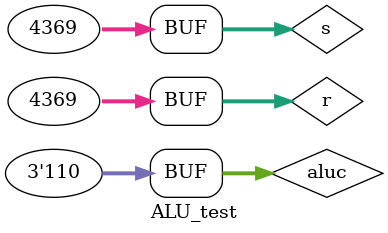
<source format=v>
`timescale 1ns / 1ps


module ALU_test;

	// Inputs
	reg [31:0] r;
	reg [31:0] s;
	reg [2:0] aluc;

	// Outputs
	wire [31:0] aluo;
	wire zf;

	// Instantiate the Unit Under Test (UUT)
	ALU uut (
		.r(r), 
		.s(s), 
		.aluc(aluc), 
		.aluo(aluo), 
		.zf(zf)
	);

	 initial begin
		r = 32'h0000010e;
		s = 32'h000000f1;
			 #100
			 aluc = 3'b000;
			 #100;
			 aluc = 3'b001;
			 #100;
			 aluc = 3'b010;
			 #100;
			 aluc = 3'b110;
			 #100;
			 aluc = 3'b100;
			 #100
			 aluc = 3'b111;
			 #100; 
		r=32'h0000f000;
		s=32'h000f0010;
			 aluc = 3'b111;
			 #100;
			 aluc = 3'b110;
			 r = 32'h00001111;
			 s = 32'h00001111;
			 
	end
      
endmodule


</source>
